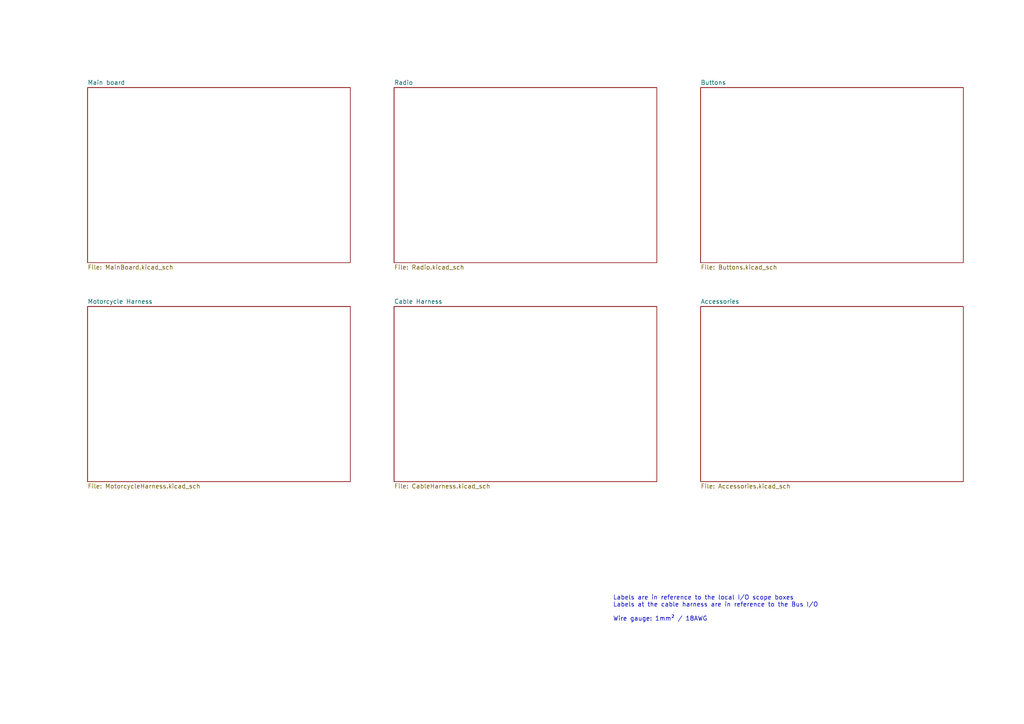
<source format=kicad_sch>
(kicad_sch (version 20230121) (generator eeschema)
  (paper "A4")
  (title_block (title "Drag Star 650 infotainment circuit") (date "2023-04-12") (rev "2.4"))
  (lib_symbols)
  (text "Labels are in reference to the local I/O scope boxes\nLabels at the cable harness are in reference to the Bus I/O\n\nWire gauge: 1mm² / 18AWG" (at 177.8 180.34 0) (effects (font (size 1.27 1.27)) (justify left bottom)))
  (sheet (at 203.2 88.9) (size 76.2 50.8) (stroke (width 0.1524))
    (property "Sheetname" "Accessories" (at 203.2 88.1884 0) (effects (justify left bottom)))
    (property "Sheetfile" "Accessories.kicad_sch" (at 203.2 140.2846 0) (effects (justify left top)))
  )
  (sheet (at 25.4 25.4) (size 76.2 50.8) (stroke (width 0.1524))
    (property "Sheetname" "Main board" (at 25.4 24.6884 0) (effects (justify left bottom)))
    (property "Sheetfile" "MainBoard.kicad_sch" (at 25.4 76.7846 0) (effects (justify left top)))
  )
  (sheet (at 114.3 88.9) (size 76.2 50.8) (stroke (width 0.1524))
    (property "Sheetname" "Cable Harness" (at 114.3 88.1884 0) (effects (justify left bottom)))
    (property "Sheetfile" "CableHarness.kicad_sch" (at 114.3 140.2846 0) (effects (justify left top)))
  )
  (sheet (at 25.4 88.9) (size 76.2 50.8) (stroke (width 0.1524))
    (property "Sheetname" "Motorcycle Harness" (at 25.4 88.1884 0) (effects (justify left bottom)))
    (property "Sheetfile" "MotorcycleHarness.kicad_sch" (at 25.4 140.2846 0) (effects (justify left top)))
  )
  (sheet (at 203.2 25.4) (size 76.2 50.8) (stroke (width 0.1524))
    (property "Sheetname" "Buttons" (at 203.2 24.6884 0) (effects (justify left bottom)))
    (property "Sheetfile" "Buttons.kicad_sch" (at 203.2 76.7846 0) (effects (justify left top)))
  )
  (sheet (at 114.3 25.4) (size 76.2 50.8) (stroke (width 0.1524))
    (property "Sheetname" "Radio" (at 114.3 24.6884 0) (effects (justify left bottom)))
    (property "Sheetfile" "Radio.kicad_sch" (at 114.3 76.7846 0) (effects (justify left top)))
  )
)
</source>
